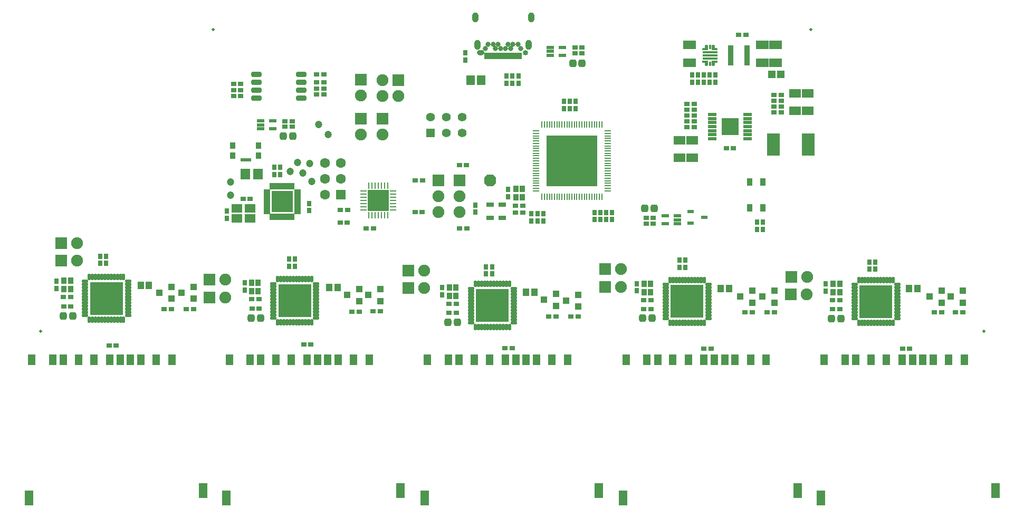
<source format=gts>
G04*
G04 #@! TF.GenerationSoftware,Altium Limited,Altium Designer,23.10.1 (27)*
G04*
G04 Layer_Color=8388736*
%FSLAX44Y44*%
%MOMM*%
G71*
G04*
G04 #@! TF.SameCoordinates,71CC738A-04A0-4CD5-BBD9-20E7C06DD327*
G04*
G04*
G04 #@! TF.FilePolarity,Negative*
G04*
G01*
G75*
%ADD17R,0.9000X1.0000*%
%ADD18R,1.7000X0.5500*%
%ADD30R,1.1176X0.5588*%
%ADD35R,0.2032X1.0160*%
%ADD36R,1.0160X0.2032*%
%ADD39R,0.8636X3.2512*%
%ADD41R,1.2048X0.7492*%
%ADD47R,0.2540X1.0668*%
%ADD49R,1.0668X0.2540*%
%ADD56R,0.9532X0.8032*%
%ADD57R,1.8532X1.4032*%
%ADD58R,0.8032X0.9532*%
G04:AMPARAMS|DCode=59|XSize=1.1132mm|YSize=1.1332mm|CornerRadius=0.2154mm|HoleSize=0mm|Usage=FLASHONLY|Rotation=180.000|XOffset=0mm|YOffset=0mm|HoleType=Round|Shape=RoundedRectangle|*
%AMROUNDEDRECTD59*
21,1,1.1132,0.7025,0,0,180.0*
21,1,0.6825,1.1332,0,0,180.0*
1,1,0.4307,-0.3413,0.3513*
1,1,0.4307,0.3413,0.3513*
1,1,0.4307,0.3413,-0.3513*
1,1,0.4307,-0.3413,-0.3513*
%
%ADD59ROUNDEDRECTD59*%
%ADD60C,1.2032*%
%ADD61R,0.5032X1.1032*%
%ADD62R,1.2032X1.7032*%
%ADD63R,1.4032X2.4032*%
%ADD64R,1.1032X1.1032*%
G04:AMPARAMS|DCode=65|XSize=1.0432mm|YSize=0.4632mm|CornerRadius=0.1341mm|HoleSize=0mm|Usage=FLASHONLY|Rotation=270.000|XOffset=0mm|YOffset=0mm|HoleType=Round|Shape=RoundedRectangle|*
%AMROUNDEDRECTD65*
21,1,1.0432,0.1950,0,0,270.0*
21,1,0.7750,0.4632,0,0,270.0*
1,1,0.2682,-0.0975,-0.3875*
1,1,0.2682,-0.0975,0.3875*
1,1,0.2682,0.0975,0.3875*
1,1,0.2682,0.0975,-0.3875*
%
%ADD65ROUNDEDRECTD65*%
%ADD66R,5.3032X5.3032*%
%ADD67R,2.4016X0.3516*%
%ADD68R,0.3516X0.7516*%
G04:AMPARAMS|DCode=69|XSize=1.6932mm|YSize=0.8132mm|CornerRadius=0.1779mm|HoleSize=0mm|Usage=FLASHONLY|Rotation=0.000|XOffset=0mm|YOffset=0mm|HoleType=Round|Shape=RoundedRectangle|*
%AMROUNDEDRECTD69*
21,1,1.6932,0.4575,0,0,0.0*
21,1,1.3375,0.8132,0,0,0.0*
1,1,0.3557,0.6688,-0.2288*
1,1,0.3557,-0.6688,-0.2288*
1,1,0.3557,-0.6688,0.2288*
1,1,0.3557,0.6688,0.2288*
%
%ADD69ROUNDEDRECTD69*%
%ADD70R,1.2232X0.6032*%
%ADD71R,0.9532X1.0532*%
%ADD72R,1.7032X1.4032*%
%ADD73R,1.2032X1.2232*%
%ADD74R,2.0232X1.4132*%
%ADD75R,2.0532X3.6032*%
G04:AMPARAMS|DCode=76|XSize=0.4632mm|YSize=1.0432mm|CornerRadius=0.1341mm|HoleSize=0mm|Usage=FLASHONLY|Rotation=270.000|XOffset=0mm|YOffset=0mm|HoleType=Round|Shape=RoundedRectangle|*
%AMROUNDEDRECTD76*
21,1,0.4632,0.7750,0,0,270.0*
21,1,0.1950,1.0432,0,0,270.0*
1,1,0.2682,-0.3875,-0.0975*
1,1,0.2682,-0.3875,0.0975*
1,1,0.2682,0.3875,0.0975*
1,1,0.2682,0.3875,-0.0975*
%
%ADD76ROUNDEDRECTD76*%
%ADD77R,0.5080X1.0160*%
%ADD78R,1.0160X0.5080*%
G04:AMPARAMS|DCode=79|XSize=1.4182mm|YSize=0.5902mm|CornerRadius=0.1984mm|HoleSize=0mm|Usage=FLASHONLY|Rotation=0.000|XOffset=0mm|YOffset=0mm|HoleType=Round|Shape=RoundedRectangle|*
%AMROUNDEDRECTD79*
21,1,1.4182,0.1935,0,0,0.0*
21,1,1.0215,0.5902,0,0,0.0*
1,1,0.3967,0.5108,-0.0968*
1,1,0.3967,-0.5108,-0.0968*
1,1,0.3967,-0.5108,0.0968*
1,1,0.3967,0.5108,0.0968*
%
%ADD79ROUNDEDRECTD79*%
%ADD80R,0.8766X0.3516*%
%ADD81R,1.0532X1.1532*%
%ADD82R,0.8532X1.2532*%
%ADD83R,1.3532X1.5532*%
%ADD84R,1.5032X1.7032*%
%ADD85R,2.7032X2.8032*%
%ADD86R,3.4544X3.4544*%
%ADD87R,3.3528X3.3528*%
%ADD88R,8.1026X8.1026*%
%ADD89C,1.9032*%
%ADD90R,1.9032X1.9032*%
%ADD91C,0.8032*%
%ADD92O,1.0032X1.6032*%
%ADD93C,1.6012*%
%ADD94C,1.3970*%
%ADD95R,1.6012X1.6012*%
%ADD96R,1.9032X1.9032*%
G04:AMPARAMS|DCode=97|XSize=1.9032mm|YSize=1.9032mm|CornerRadius=0mm|HoleSize=0mm|Usage=FLASHONLY|Rotation=90.000|XOffset=0mm|YOffset=0mm|HoleType=Round|Shape=Octagon|*
%AMOCTAGOND97*
4,1,8,0.4758,0.9516,-0.4758,0.9516,-0.9516,0.4758,-0.9516,-0.4758,-0.4758,-0.9516,0.4758,-0.9516,0.9516,-0.4758,0.9516,0.4758,0.4758,0.9516,0.0*
%
%ADD97OCTAGOND97*%

%ADD98R,1.3970X1.3970*%
%ADD99O,0.8532X0.2032*%
%ADD100C,0.8532*%
%ADD101C,0.5032*%
G36*
X1110468Y811858D02*
X1110563Y811829D01*
X1110651Y811782D01*
X1110728Y811719D01*
X1111228Y811219D01*
X1111291Y811142D01*
X1111338Y811054D01*
X1111367Y810959D01*
X1111377Y810860D01*
Y806820D01*
X1111579Y806618D01*
X1114619D01*
X1114718Y806608D01*
X1114813Y806579D01*
X1114901Y806532D01*
X1114978Y806469D01*
X1115478Y805969D01*
X1115541Y805892D01*
X1115588Y805804D01*
X1115617Y805709D01*
X1115627Y805610D01*
Y804110D01*
X1115617Y804011D01*
X1115588Y803916D01*
X1115541Y803828D01*
X1115478Y803751D01*
X1114978Y803251D01*
X1114901Y803188D01*
X1114813Y803141D01*
X1114718Y803112D01*
X1114619Y803102D01*
X1107869D01*
X1107770Y803112D01*
X1107675Y803141D01*
X1107587Y803188D01*
X1107510Y803251D01*
X1107010Y803751D01*
X1106947Y803828D01*
X1106900Y803916D01*
X1106871Y804011D01*
X1106861Y804110D01*
Y810860D01*
X1106871Y810959D01*
X1106900Y811054D01*
X1106947Y811142D01*
X1107010Y811219D01*
X1107510Y811719D01*
X1107587Y811782D01*
X1107675Y811829D01*
X1107770Y811858D01*
X1107869Y811868D01*
X1110369D01*
X1110468Y811858D01*
D02*
G37*
G36*
X1099468D02*
X1099563Y811829D01*
X1099651Y811782D01*
X1099728Y811719D01*
X1100228Y811219D01*
X1100291Y811142D01*
X1100338Y811054D01*
X1100367Y810959D01*
X1100377Y810860D01*
Y804110D01*
X1100367Y804011D01*
X1100338Y803916D01*
X1100291Y803828D01*
X1100228Y803751D01*
X1099728Y803251D01*
X1099651Y803188D01*
X1099563Y803141D01*
X1099468Y803112D01*
X1099369Y803102D01*
X1092619D01*
X1092520Y803112D01*
X1092425Y803141D01*
X1092337Y803188D01*
X1092260Y803251D01*
X1091760Y803751D01*
X1091697Y803828D01*
X1091650Y803916D01*
X1091621Y804011D01*
X1091611Y804110D01*
Y805610D01*
X1091621Y805709D01*
X1091650Y805804D01*
X1091697Y805892D01*
X1091760Y805969D01*
X1092260Y806469D01*
X1092337Y806532D01*
X1092425Y806579D01*
X1092520Y806608D01*
X1092619Y806618D01*
X1095659D01*
X1095861Y806820D01*
Y810860D01*
X1095871Y810959D01*
X1095900Y811054D01*
X1095947Y811142D01*
X1096010Y811219D01*
X1096510Y811719D01*
X1096587Y811782D01*
X1096675Y811829D01*
X1096770Y811858D01*
X1096869Y811868D01*
X1099369D01*
X1099468Y811858D01*
D02*
G37*
G36*
X737500Y803540D02*
X737720Y803530D01*
X737940Y803500D01*
X738160Y803460D01*
X738380Y803410D01*
X738590Y803340D01*
X738800Y803270D01*
X739010Y803180D01*
X739210Y803090D01*
X739410Y802980D01*
X739590Y802860D01*
X739780Y802740D01*
X739950Y802600D01*
X740120Y802460D01*
X740290Y802310D01*
X740440Y802140D01*
X740580Y801970D01*
X740720Y801800D01*
X740840Y801610D01*
X740960Y801420D01*
X741070Y801230D01*
X741160Y801030D01*
X741250Y800820D01*
X741320Y800610D01*
X741390Y800400D01*
X741440Y800180D01*
X741480Y799960D01*
X741510Y799740D01*
X741520Y799520D01*
X741530Y799300D01*
X741520Y799080D01*
X741510Y798860D01*
X741480Y798640D01*
X741440Y798420D01*
X741390Y798200D01*
X741320Y797990D01*
X741250Y797780D01*
X741160Y797570D01*
X741070Y797370D01*
X740960Y797170D01*
X740840Y796990D01*
X740720Y796800D01*
X740580Y796630D01*
X740440Y796460D01*
X740290Y796290D01*
X740120Y796140D01*
X739950Y796000D01*
X739780Y795860D01*
X739590Y795740D01*
X739410Y795620D01*
X739210Y795510D01*
X739010Y795420D01*
X738800Y795330D01*
X738590Y795260D01*
X738380Y795190D01*
X738160Y795140D01*
X737940Y795100D01*
X737720Y795070D01*
X737500Y795060D01*
X737280Y795050D01*
X734280D01*
X734060Y795060D01*
X733840Y795070D01*
X733620Y795100D01*
X733400Y795140D01*
X733180Y795190D01*
X732970Y795260D01*
X732760Y795330D01*
X732550Y795420D01*
X732350Y795510D01*
X732160Y795620D01*
X731970Y795740D01*
X731780Y795860D01*
X731610Y796000D01*
X731440Y796140D01*
X731270Y796290D01*
X731120Y796460D01*
X730980Y796630D01*
X730840Y796800D01*
X730720Y796990D01*
X730600Y797170D01*
X730490Y797370D01*
X730400Y797570D01*
X730310Y797780D01*
X730240Y797990D01*
X730170Y798200D01*
X730120Y798420D01*
X730080Y798640D01*
X730050Y798860D01*
X730040Y799080D01*
X730030Y799300D01*
X730040Y799520D01*
X730050Y799740D01*
X730080Y799960D01*
X730120Y800180D01*
X730170Y800400D01*
X730240Y800610D01*
X730310Y800820D01*
X730400Y801030D01*
X730490Y801230D01*
X730600Y801420D01*
X730720Y801610D01*
X730840Y801800D01*
X730980Y801970D01*
X731120Y802140D01*
X731270Y802310D01*
X731440Y802460D01*
X731610Y802600D01*
X731780Y802740D01*
X731970Y802860D01*
X732160Y802980D01*
X732350Y803090D01*
X732550Y803180D01*
X732760Y803270D01*
X732970Y803340D01*
X733180Y803410D01*
X733400Y803460D01*
X733620Y803500D01*
X733840Y803530D01*
X734060Y803540D01*
X734280Y803550D01*
X737280D01*
X737500Y803540D01*
D02*
G37*
G36*
X1114718Y786608D02*
X1114813Y786579D01*
X1114901Y786532D01*
X1114978Y786469D01*
X1115478Y785969D01*
X1115541Y785892D01*
X1115588Y785804D01*
X1115617Y785709D01*
X1115627Y785610D01*
Y784110D01*
X1115617Y784011D01*
X1115588Y783916D01*
X1115541Y783828D01*
X1115478Y783751D01*
X1114978Y783251D01*
X1114901Y783188D01*
X1114813Y783141D01*
X1114718Y783112D01*
X1114619Y783102D01*
X1111579D01*
X1111377Y782900D01*
Y778860D01*
X1111367Y778761D01*
X1111338Y778665D01*
X1111291Y778578D01*
X1111228Y778501D01*
X1110728Y778001D01*
X1110651Y777938D01*
X1110563Y777891D01*
X1110468Y777862D01*
X1110369Y777852D01*
X1107869D01*
X1107770Y777862D01*
X1107675Y777891D01*
X1107587Y777938D01*
X1107510Y778001D01*
X1107010Y778501D01*
X1106947Y778578D01*
X1106900Y778665D01*
X1106871Y778761D01*
X1106861Y778860D01*
Y785610D01*
X1106871Y785709D01*
X1106900Y785804D01*
X1106947Y785892D01*
X1107010Y785969D01*
X1107510Y786469D01*
X1107587Y786532D01*
X1107675Y786579D01*
X1107770Y786608D01*
X1107869Y786618D01*
X1114619D01*
X1114718Y786608D01*
D02*
G37*
G36*
X1099468D02*
X1099563Y786579D01*
X1099651Y786532D01*
X1099728Y786469D01*
X1100228Y785969D01*
X1100291Y785892D01*
X1100338Y785804D01*
X1100367Y785709D01*
X1100377Y785610D01*
Y778860D01*
X1100367Y778761D01*
X1100338Y778665D01*
X1100291Y778578D01*
X1100228Y778501D01*
X1099728Y778001D01*
X1099651Y777938D01*
X1099563Y777891D01*
X1099468Y777862D01*
X1099369Y777852D01*
X1096869D01*
X1096770Y777862D01*
X1096675Y777891D01*
X1096587Y777938D01*
X1096510Y778001D01*
X1096010Y778501D01*
X1095947Y778578D01*
X1095900Y778665D01*
X1095871Y778761D01*
X1095861Y778860D01*
Y782900D01*
X1095659Y783102D01*
X1092619D01*
X1092520Y783112D01*
X1092425Y783141D01*
X1092337Y783188D01*
X1092260Y783251D01*
X1091760Y783751D01*
X1091697Y783828D01*
X1091650Y783916D01*
X1091621Y784011D01*
X1091611Y784110D01*
Y785610D01*
X1091621Y785709D01*
X1091650Y785804D01*
X1091697Y785892D01*
X1091760Y785969D01*
X1092260Y786469D01*
X1092337Y786532D01*
X1092425Y786579D01*
X1092520Y786608D01*
X1092619Y786618D01*
X1099369D01*
X1099468Y786608D01*
D02*
G37*
D17*
X379148Y633630D02*
D03*
X338148D02*
D03*
X379148Y649630D02*
D03*
X338148D02*
D03*
D18*
X358648Y627380D02*
D03*
D30*
X1072388Y544170D02*
D03*
X1094740Y534670D02*
D03*
X1072388Y525170D02*
D03*
D35*
X930247Y567664D02*
D03*
X914247Y683488D02*
D03*
X866247Y567664D02*
D03*
X902247D02*
D03*
X922247Y683488D02*
D03*
X886247D02*
D03*
X866247D02*
D03*
X914247Y567664D02*
D03*
X918247D02*
D03*
X922247D02*
D03*
X926247D02*
D03*
X874247Y683488D02*
D03*
X834247Y567664D02*
D03*
X858247Y683488D02*
D03*
X862247D02*
D03*
X850247D02*
D03*
X854247D02*
D03*
Y567664D02*
D03*
X850247D02*
D03*
X890247D02*
D03*
X886247D02*
D03*
X874247D02*
D03*
X870247D02*
D03*
X862247D02*
D03*
X858247D02*
D03*
X910247D02*
D03*
X906247D02*
D03*
X898247D02*
D03*
X894247D02*
D03*
X838247D02*
D03*
X882247Y683488D02*
D03*
X878247D02*
D03*
X842247Y567664D02*
D03*
X878247D02*
D03*
X846247D02*
D03*
X882247D02*
D03*
X930247Y683488D02*
D03*
X926247D02*
D03*
X918247D02*
D03*
X910247D02*
D03*
X906247D02*
D03*
X902247D02*
D03*
X898247D02*
D03*
X894247D02*
D03*
X890247D02*
D03*
X870247D02*
D03*
X846247D02*
D03*
X842247D02*
D03*
X838247D02*
D03*
X834247D02*
D03*
D36*
X940159Y597576D02*
D03*
Y625576D02*
D03*
X824335Y665576D02*
D03*
Y637576D02*
D03*
Y605576D02*
D03*
X940159Y577576D02*
D03*
Y645576D02*
D03*
X824335Y661576D02*
D03*
Y625576D02*
D03*
Y581576D02*
D03*
Y585576D02*
D03*
Y577576D02*
D03*
Y593576D02*
D03*
X940159Y585576D02*
D03*
Y581576D02*
D03*
Y613576D02*
D03*
Y609576D02*
D03*
X824335Y649576D02*
D03*
Y653576D02*
D03*
X940159Y637576D02*
D03*
Y641576D02*
D03*
X824335Y617576D02*
D03*
Y621576D02*
D03*
X940159Y605576D02*
D03*
Y601576D02*
D03*
Y593576D02*
D03*
Y589576D02*
D03*
Y633576D02*
D03*
Y629576D02*
D03*
Y621576D02*
D03*
Y617576D02*
D03*
X824335Y629576D02*
D03*
Y633576D02*
D03*
Y641576D02*
D03*
Y645576D02*
D03*
Y597576D02*
D03*
Y601576D02*
D03*
Y609576D02*
D03*
Y613576D02*
D03*
Y589576D02*
D03*
X940159Y649576D02*
D03*
Y653576D02*
D03*
Y657576D02*
D03*
Y661576D02*
D03*
Y665576D02*
D03*
Y669576D02*
D03*
Y673576D02*
D03*
X824335Y673576D02*
D03*
Y669576D02*
D03*
Y657576D02*
D03*
D39*
X1163672Y795176D02*
D03*
X1136748D02*
D03*
D41*
X770254Y555330D02*
D03*
X751206D02*
D03*
Y534330D02*
D03*
X770254D02*
D03*
D47*
X571500Y585724D02*
D03*
X566500D02*
D03*
X561500Y538226D02*
D03*
X556500D02*
D03*
Y585724D02*
D03*
X561500D02*
D03*
X576500D02*
D03*
X581500D02*
D03*
X586500D02*
D03*
Y538226D02*
D03*
X581500D02*
D03*
X576500D02*
D03*
X571500D02*
D03*
X566500D02*
D03*
D49*
X547751Y556975D02*
D03*
Y561975D02*
D03*
Y546975D02*
D03*
Y576975D02*
D03*
Y566975D02*
D03*
Y551975D02*
D03*
X595249Y576975D02*
D03*
Y571975D02*
D03*
Y566975D02*
D03*
Y561975D02*
D03*
Y556975D02*
D03*
Y551975D02*
D03*
Y546975D02*
D03*
X547751Y571975D02*
D03*
D56*
X1105319Y324135D02*
D03*
X1300829Y402367D02*
D03*
X997299D02*
D03*
X898511Y798445D02*
D03*
X1218254Y703580D02*
D03*
Y722287D02*
D03*
X856840Y376060D02*
D03*
X1161640Y828180D02*
D03*
X887010Y798445D02*
D03*
X1218291Y731691D02*
D03*
X887010Y807923D02*
D03*
X1012784Y524510D02*
D03*
X472452Y764011D02*
D03*
X421989Y689387D02*
D03*
X713330Y517030D02*
D03*
X630330Y543420D02*
D03*
X484000Y741820D02*
D03*
X339234Y729834D02*
D03*
X803120Y553580D02*
D03*
X803157Y542430D02*
D03*
X78076Y391808D02*
D03*
X696566Y381902D02*
D03*
X380336Y388760D02*
D03*
X1008986Y387744D02*
D03*
X1312262Y387490D02*
D03*
X1129865Y646018D02*
D03*
X1078484Y679450D02*
D03*
X1078521Y688883D02*
D03*
X1067010Y707769D02*
D03*
X1066930Y717215D02*
D03*
X1001284Y533679D02*
D03*
X433489Y680142D02*
D03*
X66576Y391808D02*
D03*
X685066Y381902D02*
D03*
X368836Y388760D02*
D03*
X997486Y387744D02*
D03*
X1300762Y387490D02*
D03*
X472500Y751519D02*
D03*
Y741820D02*
D03*
X701450Y618350D02*
D03*
X701830Y517030D02*
D03*
X642210Y594500D02*
D03*
X641830Y543420D02*
D03*
X892400Y376060D02*
D03*
X540610Y383680D02*
D03*
X574900Y383820D02*
D03*
X1171800Y382668D02*
D03*
X1207360Y382808D02*
D03*
X239620Y387490D02*
D03*
X275180Y387630D02*
D03*
X1475330Y382410D02*
D03*
X1509620D02*
D03*
X563470Y517030D02*
D03*
X1012784Y533679D02*
D03*
X421989Y680142D02*
D03*
X1150140Y828180D02*
D03*
X1206791Y731691D02*
D03*
X1206754Y722287D02*
D03*
X1078510Y707769D02*
D03*
X1206754Y712990D02*
D03*
Y703580D02*
D03*
X563400Y383820D02*
D03*
X451707Y330739D02*
D03*
X880900Y376060D02*
D03*
X263680Y387630D02*
D03*
X775049Y324897D02*
D03*
X1498120Y382410D02*
D03*
X1195860Y382808D02*
D03*
X139287Y328961D02*
D03*
X1412748Y323850D02*
D03*
X1093819Y324135D02*
D03*
X472500Y732322D02*
D03*
X339234Y739275D02*
D03*
X484000Y751519D02*
D03*
X350734Y748708D02*
D03*
X1066984Y679450D02*
D03*
X845340Y376060D02*
D03*
X1463830Y382410D02*
D03*
X1160300Y382668D02*
D03*
X551970Y517030D02*
D03*
X529110Y383680D02*
D03*
X521881Y526827D02*
D03*
X228120Y387490D02*
D03*
X380149Y403637D02*
D03*
X365925Y564165D02*
D03*
X696379Y396017D02*
D03*
X77889Y407447D02*
D03*
X1008799Y402367D02*
D03*
X1312329D02*
D03*
X510381Y526827D02*
D03*
X791620Y553580D02*
D03*
X354425Y564165D02*
D03*
X510729Y546752D02*
D03*
X684879Y396017D02*
D03*
X368649Y403637D02*
D03*
X66389Y407447D02*
D03*
X339234Y748708D02*
D03*
X350734Y739275D02*
D03*
X898511Y807923D02*
D03*
X1067021Y688883D02*
D03*
X712950Y618350D02*
D03*
X630710Y594500D02*
D03*
X484000Y732322D02*
D03*
X1078430Y717215D02*
D03*
X1218254Y712990D02*
D03*
X1067021Y698478D02*
D03*
X483952Y764011D02*
D03*
X433489Y689387D02*
D03*
X1001284Y524510D02*
D03*
X463207Y330739D02*
D03*
X150787Y328961D02*
D03*
X786549Y324897D02*
D03*
X1424248Y323850D02*
D03*
X522229Y546752D02*
D03*
X350734Y729834D02*
D03*
X1078521Y698478D02*
D03*
X1141366Y646018D02*
D03*
X791657Y542430D02*
D03*
D57*
X1075351Y630160D02*
D03*
X1260660Y706228D02*
D03*
X1240644D02*
D03*
X1075351Y658160D02*
D03*
X1055074D02*
D03*
X1240644Y734228D02*
D03*
X1260660D02*
D03*
X1055074Y630160D02*
D03*
D58*
X1289273Y416316D02*
D03*
X986672Y416909D02*
D03*
X1075406Y751840D02*
D03*
X1093964Y751877D02*
D03*
X727487Y554641D02*
D03*
X869122Y721124D02*
D03*
X1188326Y515480D02*
D03*
X878700Y721124D02*
D03*
X888371D02*
D03*
X460787Y557181D02*
D03*
X134952Y460979D02*
D03*
X1093964Y763377D02*
D03*
X1084671D02*
D03*
X1075406Y763340D02*
D03*
X437611Y456156D02*
D03*
X1064016Y454529D02*
D03*
X125591Y460936D02*
D03*
X744502Y444004D02*
D03*
X428320Y456156D02*
D03*
X1054661Y454579D02*
D03*
X1368849Y451776D02*
D03*
X1359561D02*
D03*
X777301Y761664D02*
D03*
X711568Y798928D02*
D03*
X918632Y542705D02*
D03*
X928097D02*
D03*
X937427D02*
D03*
X946668Y542742D02*
D03*
X817362Y540546D02*
D03*
X869122Y709624D02*
D03*
X1112520Y763340D02*
D03*
X1178973Y526980D02*
D03*
X1188326D02*
D03*
X786700Y761651D02*
D03*
X796860D02*
D03*
X428320Y467656D02*
D03*
X437611D02*
D03*
X754115Y455504D02*
D03*
X744502D02*
D03*
X134952Y472479D02*
D03*
X125591Y472436D02*
D03*
X1368849Y463276D02*
D03*
X1359561D02*
D03*
X1064016Y466029D02*
D03*
X1054661Y466079D02*
D03*
X786700Y750151D02*
D03*
X796860D02*
D03*
X826767Y540510D02*
D03*
X836332D02*
D03*
X826767Y529010D02*
D03*
X414348Y615095D02*
D03*
X356897Y429679D02*
D03*
X674113Y422059D02*
D03*
X328453Y533489D02*
D03*
X54833Y432219D02*
D03*
X986672Y428409D02*
D03*
X1289273Y427817D02*
D03*
X779920Y579600D02*
D03*
Y568100D02*
D03*
X405000Y603595D02*
D03*
X328453Y544989D02*
D03*
X1103271Y751840D02*
D03*
X674113Y410559D02*
D03*
X356897Y418179D02*
D03*
X54833Y420719D02*
D03*
X1084671Y751877D02*
D03*
X918632Y531205D02*
D03*
X928097D02*
D03*
X937427D02*
D03*
X836332Y529010D02*
D03*
X727487Y543141D02*
D03*
X405000Y615095D02*
D03*
X460787Y545681D02*
D03*
X946668Y531242D02*
D03*
X817362Y529047D02*
D03*
X1112520Y751840D02*
D03*
X777301Y750164D02*
D03*
X711568Y787428D02*
D03*
X1178973Y515480D02*
D03*
X414348Y603595D02*
D03*
X754115Y444004D02*
D03*
X878700Y709624D02*
D03*
X888371D02*
D03*
X1103271Y763340D02*
D03*
D59*
X698226Y366014D02*
D03*
X382504Y373380D02*
D03*
X1011154Y372872D02*
D03*
X1313668Y372364D02*
D03*
X999183Y549366D02*
D03*
X434330Y665480D02*
D03*
X883504Y782474D02*
D03*
X66060Y376682D02*
D03*
X683026Y366014D02*
D03*
X367304Y373380D02*
D03*
X995954Y372872D02*
D03*
X1298468Y372364D02*
D03*
X419129Y665480D02*
D03*
X81260Y376682D02*
D03*
X1014383Y549366D02*
D03*
X898704Y782474D02*
D03*
D60*
X334264Y570230D02*
D03*
X490982Y668020D02*
D03*
X475488Y684022D02*
D03*
X464566Y592074D02*
D03*
X461518Y621538D02*
D03*
X450342Y605790D02*
D03*
X441706Y622554D02*
D03*
X429768Y608584D02*
D03*
X334264Y591312D02*
D03*
D61*
X799280Y793700D02*
D03*
X744280D02*
D03*
X779280D02*
D03*
X789280D02*
D03*
X794280D02*
D03*
X769280D02*
D03*
X774280D02*
D03*
X754280D02*
D03*
X749280D02*
D03*
X784280D02*
D03*
X759280D02*
D03*
X764280D02*
D03*
D62*
X474103Y306100D02*
D03*
X407103D02*
D03*
X792340D02*
D03*
X725340D02*
D03*
X157340D02*
D03*
X90340D02*
D03*
X1428960D02*
D03*
X1361960D02*
D03*
X1111110D02*
D03*
X1044110D02*
D03*
X432103D02*
D03*
X507103D02*
D03*
X382853D02*
D03*
X365853D02*
D03*
X557103D02*
D03*
X532103D02*
D03*
X457103D02*
D03*
X750340D02*
D03*
X825340D02*
D03*
X701090D02*
D03*
X684090D02*
D03*
X875340D02*
D03*
X850340D02*
D03*
X775340D02*
D03*
X115340D02*
D03*
X190340D02*
D03*
X66090D02*
D03*
X49090D02*
D03*
X240340D02*
D03*
X215340D02*
D03*
X140340D02*
D03*
X1386960D02*
D03*
X1461960D02*
D03*
X1337710D02*
D03*
X1320710D02*
D03*
X1511960D02*
D03*
X1486960D02*
D03*
X1411960D02*
D03*
X1069110D02*
D03*
X1144110D02*
D03*
X1019860D02*
D03*
X1002860D02*
D03*
X1194110D02*
D03*
X1169110D02*
D03*
X1094110D02*
D03*
X332352D02*
D03*
X490602D02*
D03*
X650590D02*
D03*
X808840D02*
D03*
X173840D02*
D03*
X15590D02*
D03*
X1287210D02*
D03*
X1445460D02*
D03*
X969360D02*
D03*
X1127610D02*
D03*
D63*
X327352Y84100D02*
D03*
X607352Y96100D02*
D03*
X645590Y84100D02*
D03*
X925590Y96100D02*
D03*
X10590Y84100D02*
D03*
X290590Y96100D02*
D03*
X1282210Y84100D02*
D03*
X1562210Y96100D02*
D03*
X964360Y84100D02*
D03*
X1244360Y96100D02*
D03*
D64*
X892680Y410630D02*
D03*
X872920Y401320D02*
D03*
X574750Y419520D02*
D03*
X1207640Y416980D02*
D03*
X275460Y423330D02*
D03*
X1509900Y416980D02*
D03*
X837360Y402590D02*
D03*
X892680Y391630D02*
D03*
X554990Y410210D02*
D03*
X540890Y400520D02*
D03*
X521130Y410210D02*
D03*
X574750Y400520D02*
D03*
X1187880Y407670D02*
D03*
X1172080Y397980D02*
D03*
X1152320Y407670D02*
D03*
X1207640Y397980D02*
D03*
X239900Y404330D02*
D03*
X255700Y414020D02*
D03*
X220140D02*
D03*
X275460Y404330D02*
D03*
X1490140Y407670D02*
D03*
X1475610Y397980D02*
D03*
X1455850Y407670D02*
D03*
X1509900Y397980D02*
D03*
X1475610Y416980D02*
D03*
X1172080D02*
D03*
X540890Y419520D02*
D03*
X239900Y423330D02*
D03*
X857120Y411900D02*
D03*
Y392900D02*
D03*
D65*
X152917Y439248D02*
D03*
X107917D02*
D03*
X132917D02*
D03*
X137917D02*
D03*
X107917Y370547D02*
D03*
X152917D02*
D03*
X434893Y435438D02*
D03*
X727109Y359118D02*
D03*
X772109D02*
D03*
X757109Y427817D02*
D03*
X454893Y366738D02*
D03*
X409893D02*
D03*
X439893Y435438D02*
D03*
X122917Y439248D02*
D03*
X112917Y370547D02*
D03*
X742109Y427817D02*
D03*
X732109Y359118D02*
D03*
X1064668Y434425D02*
D03*
X127917Y439248D02*
D03*
X747109Y427817D02*
D03*
X429893Y435438D02*
D03*
X1059668Y434425D02*
D03*
X1367492Y434168D02*
D03*
X1362492D02*
D03*
X1069668Y434425D02*
D03*
X1039668Y365725D02*
D03*
X1084668D02*
D03*
X1372492Y434168D02*
D03*
X1342492Y365467D02*
D03*
X1387492D02*
D03*
X1044668Y365725D02*
D03*
X1054668Y434425D02*
D03*
X1357492Y434168D02*
D03*
X1347492Y365467D02*
D03*
X147917Y370547D02*
D03*
X767109Y359118D02*
D03*
X449893Y366738D02*
D03*
X1079668Y365725D02*
D03*
X1382492Y365467D02*
D03*
X429893Y366738D02*
D03*
X434893D02*
D03*
X424893D02*
D03*
X419893D02*
D03*
X444893D02*
D03*
X439893D02*
D03*
X747109Y359118D02*
D03*
X752109D02*
D03*
X742109D02*
D03*
X737109D02*
D03*
X762109D02*
D03*
X757109D02*
D03*
X127917Y370547D02*
D03*
X132917D02*
D03*
X122917D02*
D03*
X117917D02*
D03*
X142917D02*
D03*
X137917D02*
D03*
X1362492Y365467D02*
D03*
X1367492D02*
D03*
X1357492D02*
D03*
X1352492D02*
D03*
X1377492D02*
D03*
X1372492D02*
D03*
X1059668Y365725D02*
D03*
X1064668D02*
D03*
X1054668D02*
D03*
X1049668D02*
D03*
X1074668D02*
D03*
X1069668D02*
D03*
X449893Y435438D02*
D03*
X444893D02*
D03*
X767109Y427817D02*
D03*
X762109D02*
D03*
X147917Y439248D02*
D03*
X142917D02*
D03*
X1382492Y434168D02*
D03*
X1377492D02*
D03*
X1079668Y434425D02*
D03*
X1074668D02*
D03*
X419893Y435438D02*
D03*
X414893D02*
D03*
X737109Y427817D02*
D03*
X732109D02*
D03*
X117917Y439248D02*
D03*
X112917D02*
D03*
X1352492Y434168D02*
D03*
X1347492D02*
D03*
X1049668Y434425D02*
D03*
X1044668D02*
D03*
X162917Y439248D02*
D03*
X157917D02*
D03*
Y370547D02*
D03*
X162917D02*
D03*
X414893Y366738D02*
D03*
X409893Y435438D02*
D03*
X727109Y427817D02*
D03*
X1387492Y434168D02*
D03*
X1342492D02*
D03*
X777109Y427817D02*
D03*
X752109D02*
D03*
X464893Y435438D02*
D03*
X454893D02*
D03*
X1084668Y434425D02*
D03*
X1039668D02*
D03*
X772109Y427817D02*
D03*
X424893Y435438D02*
D03*
X1094668Y365725D02*
D03*
Y434425D02*
D03*
X1089668D02*
D03*
X782109Y427817D02*
D03*
X1089668Y365725D02*
D03*
X464893Y366738D02*
D03*
X459893D02*
D03*
Y435438D02*
D03*
X777109Y359118D02*
D03*
X782109D02*
D03*
X1397492Y434168D02*
D03*
X1392492D02*
D03*
Y365467D02*
D03*
X1397492D02*
D03*
D66*
X135417Y404897D02*
D03*
X1067168Y400075D02*
D03*
X437393Y401087D02*
D03*
X754609Y393467D02*
D03*
X1369992Y399818D02*
D03*
D67*
X1103619Y789860D02*
D03*
Y794860D02*
D03*
Y799860D02*
D03*
D68*
Y781610D02*
D03*
Y808110D02*
D03*
D69*
X375582Y739140D02*
D03*
Y726440D02*
D03*
X448182Y764540D02*
D03*
Y751840D02*
D03*
X375582Y764540D02*
D03*
X448182Y739140D02*
D03*
X375582Y751840D02*
D03*
X448182Y726440D02*
D03*
D70*
X382270Y676910D02*
D03*
X847500Y794870D02*
D03*
X401770Y689910D02*
D03*
X867000Y807870D02*
D03*
X1032060Y524510D02*
D03*
X867000Y794870D02*
D03*
X1032060Y537510D02*
D03*
X401770Y676910D02*
D03*
X1051560Y531010D02*
D03*
X382270Y683410D02*
D03*
X847500Y801370D02*
D03*
X382270Y689910D02*
D03*
X847500Y807870D02*
D03*
X1051560Y537510D02*
D03*
Y524510D02*
D03*
D71*
X802810Y580790D02*
D03*
X792310Y567290D02*
D03*
X368130Y416160D02*
D03*
X378630Y429660D02*
D03*
X67140Y419970D02*
D03*
X77640Y433470D02*
D03*
X1301580Y414890D02*
D03*
X1312080Y428390D02*
D03*
X998050Y414890D02*
D03*
X1008550Y428390D02*
D03*
X802810Y567290D02*
D03*
X368130Y429660D02*
D03*
X378630Y416160D02*
D03*
X685630Y422040D02*
D03*
X696130Y408540D02*
D03*
X67140Y433470D02*
D03*
X77640Y419970D02*
D03*
X998050Y428390D02*
D03*
X1008550Y414890D02*
D03*
X1301580Y428390D02*
D03*
X1312080Y414890D02*
D03*
X792310Y580790D02*
D03*
X685630Y408540D02*
D03*
X696130Y422040D02*
D03*
D72*
X365846Y533528D02*
D03*
X344846Y549528D02*
D03*
X365846D02*
D03*
X344846Y533528D02*
D03*
D73*
X1202720Y764540D02*
D03*
X1217900D02*
D03*
D74*
X1209040Y783060D02*
D03*
X1187450D02*
D03*
X1070610Y812060D02*
D03*
X1187450D02*
D03*
X1209040D02*
D03*
X1070610Y783060D02*
D03*
D75*
X1261174Y651510D02*
D03*
X1205674D02*
D03*
D76*
X101067Y392397D02*
D03*
X720259Y380967D02*
D03*
X403043Y388587D02*
D03*
X1032818Y387575D02*
D03*
X1335642Y387318D02*
D03*
X101067Y422397D02*
D03*
X169767Y412397D02*
D03*
X720259Y410967D02*
D03*
X788959Y400967D02*
D03*
X471743Y408587D02*
D03*
X403043Y418587D02*
D03*
X101067Y387397D02*
D03*
X720259Y375967D02*
D03*
X403043Y383587D02*
D03*
X1101518Y407575D02*
D03*
X1032818Y417575D02*
D03*
X1335642Y417318D02*
D03*
X1404342Y407318D02*
D03*
X169767Y407397D02*
D03*
X788959Y395967D02*
D03*
X1032818Y382575D02*
D03*
X471743Y403587D02*
D03*
X1101518Y402575D02*
D03*
X1335642Y382318D02*
D03*
X1404342Y402318D02*
D03*
X720259Y405967D02*
D03*
X101067Y417397D02*
D03*
X403043Y413587D02*
D03*
X1032818Y412575D02*
D03*
X1335642Y412318D02*
D03*
X471743Y383587D02*
D03*
Y388587D02*
D03*
Y378587D02*
D03*
Y373587D02*
D03*
Y398587D02*
D03*
Y393587D02*
D03*
X403043Y378587D02*
D03*
Y373587D02*
D03*
X788959Y375967D02*
D03*
Y380967D02*
D03*
Y370967D02*
D03*
Y365967D02*
D03*
Y390967D02*
D03*
Y385967D02*
D03*
X720259Y370967D02*
D03*
Y365967D02*
D03*
X169767Y387397D02*
D03*
Y392397D02*
D03*
Y382397D02*
D03*
Y377397D02*
D03*
Y402397D02*
D03*
Y397397D02*
D03*
X101067Y382397D02*
D03*
Y377397D02*
D03*
X1404342Y382318D02*
D03*
Y387318D02*
D03*
Y377318D02*
D03*
Y372318D02*
D03*
Y397318D02*
D03*
Y392318D02*
D03*
X1335642Y377318D02*
D03*
Y372318D02*
D03*
X1101518Y382575D02*
D03*
Y387575D02*
D03*
Y377575D02*
D03*
Y372575D02*
D03*
Y397575D02*
D03*
Y392575D02*
D03*
X1032818Y377575D02*
D03*
Y372575D02*
D03*
X403043Y428587D02*
D03*
Y423587D02*
D03*
X720259Y420967D02*
D03*
Y415967D02*
D03*
X101067Y432397D02*
D03*
Y427397D02*
D03*
X1032818Y427575D02*
D03*
Y422575D02*
D03*
X1335642Y427318D02*
D03*
Y422318D02*
D03*
X101067Y412397D02*
D03*
Y407397D02*
D03*
Y402397D02*
D03*
Y397397D02*
D03*
X169767Y417397D02*
D03*
Y422397D02*
D03*
Y427397D02*
D03*
Y432397D02*
D03*
X1032818Y392575D02*
D03*
Y407575D02*
D03*
Y402575D02*
D03*
Y397575D02*
D03*
X471743Y428587D02*
D03*
Y423587D02*
D03*
Y418587D02*
D03*
Y413587D02*
D03*
X403043Y393587D02*
D03*
Y398587D02*
D03*
Y403587D02*
D03*
Y408587D02*
D03*
X720259Y400967D02*
D03*
Y395967D02*
D03*
Y390967D02*
D03*
Y385967D02*
D03*
X788959Y405967D02*
D03*
Y410967D02*
D03*
Y415967D02*
D03*
Y420967D02*
D03*
X1101518Y412575D02*
D03*
Y417575D02*
D03*
Y422575D02*
D03*
Y427575D02*
D03*
X1335642Y407318D02*
D03*
Y402318D02*
D03*
Y397318D02*
D03*
Y392318D02*
D03*
X1404342Y412318D02*
D03*
Y417318D02*
D03*
Y422318D02*
D03*
Y427318D02*
D03*
D77*
X434594Y535432D02*
D03*
X429514D02*
D03*
X409448Y584708D02*
D03*
X404622D02*
D03*
X434594D02*
D03*
X429514D02*
D03*
X424688D02*
D03*
X414528D02*
D03*
X399542D02*
D03*
X419608D02*
D03*
X424688Y535432D02*
D03*
X419608D02*
D03*
X414528D02*
D03*
X409448D02*
D03*
X404622D02*
D03*
X399542D02*
D03*
D78*
X441706Y557530D02*
D03*
Y542544D02*
D03*
Y572516D02*
D03*
Y577596D02*
D03*
Y547624D02*
D03*
X392430Y562610D02*
D03*
Y552450D02*
D03*
Y547624D02*
D03*
Y542544D02*
D03*
X441706Y562610D02*
D03*
X392430Y577596D02*
D03*
Y557530D02*
D03*
Y567690D02*
D03*
X441706D02*
D03*
Y552450D02*
D03*
X392430Y572516D02*
D03*
D79*
X1107297Y661031D02*
D03*
Y687031D02*
D03*
X1164436Y700031D02*
D03*
X1107297D02*
D03*
X1164436Y693531D02*
D03*
Y680531D02*
D03*
X1107297Y674031D02*
D03*
Y667531D02*
D03*
Y693531D02*
D03*
X1164436Y667531D02*
D03*
Y687031D02*
D03*
Y674031D02*
D03*
Y661031D02*
D03*
X1107297Y680531D02*
D03*
D80*
X1096010Y784860D02*
D03*
X1111228Y784860D02*
D03*
X1096010Y804860D02*
D03*
X1111228D02*
D03*
D81*
X190319Y426045D02*
D03*
X808766Y414836D02*
D03*
X492776Y422392D02*
D03*
X1121250Y420712D02*
D03*
X1423528Y420222D02*
D03*
X821866Y414836D02*
D03*
X505876Y422392D02*
D03*
X1134350Y420712D02*
D03*
X203419Y426045D02*
D03*
X1436628Y420222D02*
D03*
D82*
X1189056Y591488D02*
D03*
Y549988D02*
D03*
X1167556Y591488D02*
D03*
Y549988D02*
D03*
D83*
X736888Y754798D02*
D03*
X719388D02*
D03*
D84*
X378300Y604520D02*
D03*
X358300D02*
D03*
D85*
X1136121Y680531D02*
D03*
D86*
X417068Y560070D02*
D03*
D87*
X571500Y561975D02*
D03*
D88*
X882247Y625576D02*
D03*
D89*
X87630Y493014D02*
D03*
X87884Y465074D02*
D03*
X1259332Y411226D02*
D03*
X1259586Y439166D02*
D03*
X960628Y423418D02*
D03*
Y451612D02*
D03*
X325628Y405892D02*
D03*
Y434594D02*
D03*
X645414Y449072D02*
D03*
Y421386D02*
D03*
X701506Y568960D02*
D03*
X668020D02*
D03*
X701506Y543560D02*
D03*
X668020D02*
D03*
X577850Y668020D02*
D03*
X543560D02*
D03*
X578558Y729963D02*
D03*
Y755363D02*
D03*
X603958Y729963D02*
D03*
X543560Y730250D02*
D03*
D90*
X62230Y493014D02*
D03*
X62484Y465074D02*
D03*
X1233932Y411226D02*
D03*
X1234186Y439166D02*
D03*
X935228Y423418D02*
D03*
Y451612D02*
D03*
X300228Y405892D02*
D03*
Y434594D02*
D03*
X620014Y449072D02*
D03*
Y421386D02*
D03*
X603958Y755363D02*
D03*
D91*
X743780Y805800D02*
D03*
X799780D02*
D03*
X763780Y812800D02*
D03*
X755780D02*
D03*
X747780D02*
D03*
X775780Y805800D02*
D03*
X767780D02*
D03*
X787780Y812800D02*
D03*
X795780D02*
D03*
X759780Y805800D02*
D03*
X783780D02*
D03*
X779780Y812800D02*
D03*
D92*
X813077Y811700D02*
D03*
X730480D02*
D03*
X816680Y855700D02*
D03*
X726880D02*
D03*
D93*
X511556Y622046D02*
D03*
X486156D02*
D03*
Y596646D02*
D03*
X511556D02*
D03*
X486156Y571246D02*
D03*
D94*
X706120Y670560D02*
D03*
Y695960D02*
D03*
X680720D02*
D03*
X655320D02*
D03*
X680720Y670560D02*
D03*
D95*
X511556Y571246D02*
D03*
D96*
X543560Y755650D02*
D03*
X701506Y594360D02*
D03*
X668020D02*
D03*
X543560Y693420D02*
D03*
X577850D02*
D03*
D97*
X750570Y594360D02*
D03*
D98*
X655320Y670560D02*
D03*
D99*
X735780Y799300D02*
D03*
D100*
X807780D02*
D03*
D101*
X1543530Y351790D02*
D03*
X306860Y836140D02*
D03*
X1265745Y836140D02*
D03*
X30000Y351790D02*
D03*
M02*

</source>
